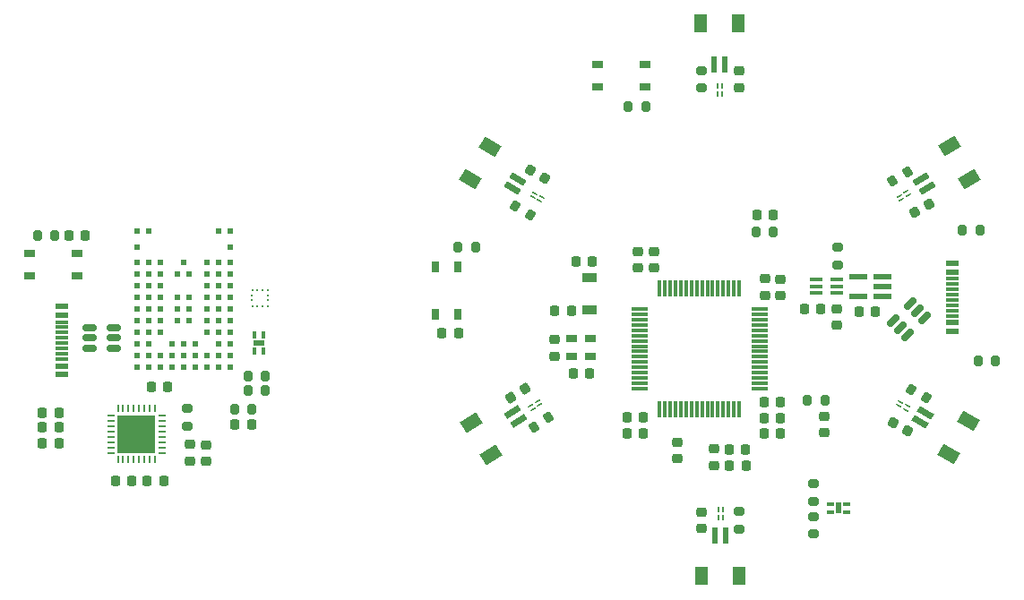
<source format=gtp>
G04 #@! TF.GenerationSoftware,KiCad,Pcbnew,8.0.6*
G04 #@! TF.CreationDate,2025-05-06T14:55:23+02:00*
G04 #@! TF.ProjectId,Panelized,50616e65-6c69-47a6-9564-2e6b69636164,rev?*
G04 #@! TF.SameCoordinates,Original*
G04 #@! TF.FileFunction,Paste,Top*
G04 #@! TF.FilePolarity,Positive*
%FSLAX46Y46*%
G04 Gerber Fmt 4.6, Leading zero omitted, Abs format (unit mm)*
G04 Created by KiCad (PCBNEW 8.0.6) date 2025-05-06 14:55:23*
%MOMM*%
%LPD*%
G01*
G04 APERTURE LIST*
G04 Aperture macros list*
%AMRoundRect*
0 Rectangle with rounded corners*
0 $1 Rounding radius*
0 $2 $3 $4 $5 $6 $7 $8 $9 X,Y pos of 4 corners*
0 Add a 4 corners polygon primitive as box body*
4,1,4,$2,$3,$4,$5,$6,$7,$8,$9,$2,$3,0*
0 Add four circle primitives for the rounded corners*
1,1,$1+$1,$2,$3*
1,1,$1+$1,$4,$5*
1,1,$1+$1,$6,$7*
1,1,$1+$1,$8,$9*
0 Add four rect primitives between the rounded corners*
20,1,$1+$1,$2,$3,$4,$5,0*
20,1,$1+$1,$4,$5,$6,$7,0*
20,1,$1+$1,$6,$7,$8,$9,0*
20,1,$1+$1,$8,$9,$2,$3,0*%
%AMRotRect*
0 Rectangle, with rotation*
0 The origin of the aperture is its center*
0 $1 length*
0 $2 width*
0 $3 Rotation angle, in degrees counterclockwise*
0 Add horizontal line*
21,1,$1,$2,0,0,$3*%
G04 Aperture macros list end*
%ADD10C,0.000000*%
%ADD11RoundRect,0.150000X-0.512500X-0.150000X0.512500X-0.150000X0.512500X0.150000X-0.512500X0.150000X0*%
%ADD12RoundRect,0.200000X0.275000X-0.200000X0.275000X0.200000X-0.275000X0.200000X-0.275000X-0.200000X0*%
%ADD13RoundRect,0.200000X0.200000X0.275000X-0.200000X0.275000X-0.200000X-0.275000X0.200000X-0.275000X0*%
%ADD14RoundRect,0.225000X0.225000X0.250000X-0.225000X0.250000X-0.225000X-0.250000X0.225000X-0.250000X0*%
%ADD15RoundRect,0.218750X-0.218750X-0.256250X0.218750X-0.256250X0.218750X0.256250X-0.218750X0.256250X0*%
%ADD16R,0.254000X0.279400*%
%ADD17R,0.279400X0.254000*%
%ADD18R,0.304800X0.711200*%
%ADD19R,1.092200X0.508000*%
%ADD20R,1.150000X0.600000*%
%ADD21R,1.150000X0.300000*%
%ADD22RoundRect,0.225000X-0.225000X-0.250000X0.225000X-0.250000X0.225000X0.250000X-0.225000X0.250000X0*%
%ADD23RoundRect,0.225000X-0.250000X0.225000X-0.250000X-0.225000X0.250000X-0.225000X0.250000X0.225000X0*%
%ADD24R,0.990600X0.711200*%
%ADD25RoundRect,0.218750X0.218750X0.256250X-0.218750X0.256250X-0.218750X-0.256250X0.218750X-0.256250X0*%
%ADD26R,0.254000X0.762000*%
%ADD27R,0.762000X0.254000*%
%ADD28R,3.606800X3.606800*%
%ADD29R,0.600000X0.600000*%
%ADD30RoundRect,0.200000X-0.200000X-0.275000X0.200000X-0.275000X0.200000X0.275000X-0.200000X0.275000X0*%
%ADD31R,0.711200X0.304800*%
%ADD32R,0.508000X1.092200*%
%ADD33R,0.600000X1.550000*%
%ADD34R,1.200000X1.800000*%
%ADD35RoundRect,0.225000X0.250000X-0.225000X0.250000X0.225000X-0.250000X0.225000X-0.250000X-0.225000X0*%
%ADD36RoundRect,0.218750X0.256250X-0.218750X0.256250X0.218750X-0.256250X0.218750X-0.256250X-0.218750X0*%
%ADD37R,1.397000X0.965200*%
%ADD38RoundRect,0.150000X0.256326X0.468458X-0.468458X-0.256326X-0.256326X-0.468458X0.468458X0.256326X0*%
%ADD39RoundRect,0.200000X-0.313069X-0.132713X0.029798X-0.338729X0.313069X0.132713X-0.029798X0.338729X0*%
%ADD40RoundRect,0.200000X-0.275000X0.200000X-0.275000X-0.200000X0.275000X-0.200000X0.275000X0.200000X0*%
%ADD41R,1.200000X0.400000*%
%ADD42R,0.711200X0.990600*%
%ADD43RoundRect,0.075000X-0.700000X-0.075000X0.700000X-0.075000X0.700000X0.075000X-0.700000X0.075000X0*%
%ADD44RoundRect,0.075000X-0.075000X-0.700000X0.075000X-0.700000X0.075000X0.700000X-0.075000X0.700000X0*%
%ADD45RotRect,0.600000X1.550000X239.000000*%
%ADD46RotRect,1.200000X1.800000X239.000000*%
%ADD47R,0.990600X0.736600*%
%ADD48RoundRect,0.225000X-0.321622X-0.098408X0.064103X-0.330175X0.321622X0.098408X-0.064103X0.330175X0*%
%ADD49RotRect,0.533400X0.152400X329.000000*%
%ADD50RoundRect,0.200000X0.310705X0.138157X-0.035705X0.338157X-0.310705X-0.138157X0.035705X-0.338157X0*%
%ADD51RoundRect,0.225000X0.319856X0.104006X-0.069856X0.329006X-0.319856X-0.104006X0.069856X-0.329006X0*%
%ADD52RotRect,0.600000X1.550000X60.000000*%
%ADD53RotRect,1.200000X1.800000X60.000000*%
%ADD54RotRect,0.533400X0.152400X150.000000*%
%ADD55R,0.152400X0.533400*%
%ADD56RotRect,0.533400X0.152400X211.000000*%
%ADD57RoundRect,0.225000X0.064103X0.330175X-0.321622X0.098408X-0.064103X-0.330175X0.321622X-0.098408X0*%
%ADD58RotRect,0.600000X1.550000X121.000000*%
%ADD59RotRect,1.200000X1.800000X121.000000*%
%ADD60RoundRect,0.200000X0.029798X0.338729X-0.313069X0.132713X-0.029798X-0.338729X0.313069X-0.132713X0*%
%ADD61RotRect,0.533400X0.152400X32.000000*%
%ADD62RoundRect,0.225000X-0.058331X-0.331244X0.323291X-0.092780X0.058331X0.331244X-0.323291X0.092780X0*%
%ADD63RotRect,0.600000X1.550000X302.000000*%
%ADD64RotRect,1.200000X1.800000X302.000000*%
%ADD65RoundRect,0.200000X-0.023882X-0.339197X0.315337X-0.127229X0.023882X0.339197X-0.315337X0.127229X0*%
%ADD66R,1.805236X0.612132*%
G04 APERTURE END LIST*
D10*
G36*
X100300001Y-109190701D02*
G01*
X98696599Y-109190698D01*
X98696599Y-107587300D01*
X100299999Y-107587298D01*
X100300001Y-109190701D01*
G37*
G36*
X100299997Y-110994100D02*
G01*
X98696599Y-110994100D01*
X98696597Y-109390700D01*
X100300000Y-109390698D01*
X100299997Y-110994100D01*
G37*
G36*
X102103401Y-109190700D02*
G01*
X100499998Y-109190702D01*
X100500001Y-107587300D01*
X102103399Y-107587300D01*
X102103401Y-109190700D01*
G37*
G36*
X102103399Y-109390702D02*
G01*
X102103399Y-110994100D01*
X100499999Y-110994102D01*
X100499997Y-109390699D01*
X102103399Y-109390702D01*
G37*
D11*
X95962500Y-99245000D03*
X95962500Y-100195000D03*
X95962500Y-101145000D03*
X98237500Y-101145000D03*
X98237500Y-100195000D03*
X98237500Y-99245000D03*
D12*
X105235000Y-108510002D03*
X105235000Y-106860002D03*
D13*
X111335000Y-106970000D03*
X109685000Y-106970000D03*
D14*
X93059999Y-107269999D03*
X91509997Y-107269999D03*
D15*
X109722501Y-108394998D03*
X111297505Y-108395000D03*
D16*
X111346899Y-97157000D03*
X111846901Y-97157000D03*
X112346900Y-97157001D03*
X112846900Y-97157000D03*
D17*
X112858900Y-96644999D03*
X112858901Y-96145000D03*
D16*
X112846901Y-95633000D03*
X112346899Y-95633000D03*
X111846900Y-95632999D03*
X111346900Y-95633000D03*
D17*
X111334900Y-96145001D03*
X111334899Y-96645000D03*
D18*
X112385000Y-99894999D03*
X111584900Y-99894997D03*
X111584902Y-101393601D03*
X112385002Y-101393603D03*
D19*
X111984951Y-100644300D03*
D20*
X93372500Y-97235747D03*
X93372500Y-98035750D03*
D21*
X93372499Y-99185751D03*
X93372502Y-100185747D03*
X93372500Y-100685747D03*
X93372502Y-101685751D03*
D20*
X93372500Y-102835750D03*
X93372503Y-103635753D03*
D21*
X93372500Y-102185750D03*
X93372498Y-101185752D03*
X93372499Y-99685750D03*
X93372500Y-98685750D03*
D22*
X101784999Y-104845000D03*
X103335001Y-104845000D03*
D14*
X93060001Y-108645000D03*
X91509999Y-108645000D03*
D23*
X105490000Y-110259999D03*
X105490000Y-111810001D03*
D24*
X94810001Y-94344999D03*
X90309998Y-94344999D03*
X94810002Y-92195001D03*
X90309999Y-92195001D03*
D22*
X94034999Y-90495000D03*
X95585001Y-90495000D03*
D23*
X106990000Y-110279999D03*
X106990000Y-111830001D03*
D25*
X102977502Y-113684999D03*
X101402498Y-113685001D03*
D26*
X98650000Y-111716400D03*
X99150000Y-111716404D03*
X99649998Y-111716399D03*
X100149999Y-111716401D03*
X100650002Y-111716399D03*
X101150000Y-111716400D03*
X101649998Y-111716400D03*
X102149998Y-111716400D03*
D27*
X102825699Y-111040699D03*
X102825703Y-110540699D03*
X102825698Y-110040701D03*
X102825700Y-109540700D03*
X102825698Y-109040697D03*
X102825699Y-108540699D03*
X102825699Y-108040701D03*
X102825699Y-107540701D03*
D26*
X102149998Y-106865000D03*
X101649998Y-106864996D03*
X101150000Y-106865001D03*
X100649999Y-106864999D03*
X100149996Y-106865001D03*
X99649998Y-106865000D03*
X99150000Y-106865000D03*
X98650000Y-106865000D03*
D27*
X97974299Y-107540701D03*
X97974295Y-108040701D03*
X97974300Y-108540699D03*
X97974298Y-109040700D03*
X97974300Y-109540703D03*
X97974299Y-110040701D03*
X97974299Y-110540699D03*
X97974299Y-111040699D03*
D28*
X100399999Y-109290700D03*
D14*
X99955001Y-113675000D03*
X98404999Y-113675000D03*
D25*
X93082499Y-110150000D03*
X91507495Y-110149998D03*
D29*
X109235006Y-102969999D03*
X108135005Y-102970000D03*
X107035003Y-102969997D03*
X105935004Y-102970000D03*
X104835005Y-102970003D03*
X103735004Y-102970000D03*
X102635002Y-102970001D03*
X101535004Y-102970001D03*
X100435004Y-102969998D03*
X109235004Y-101870000D03*
X108135004Y-101870004D03*
X107035004Y-101870000D03*
X105935004Y-101870002D03*
X104835004Y-101870000D03*
X103735006Y-101870002D03*
X102635004Y-101870000D03*
X101535003Y-101869999D03*
X100435004Y-101870000D03*
X109235003Y-100770001D03*
X108135004Y-100770001D03*
X105935004Y-100770000D03*
X104835000Y-100770000D03*
X103735004Y-100770000D03*
X101535003Y-100770000D03*
X100435000Y-100770000D03*
X109235004Y-99670000D03*
X108135004Y-99670000D03*
X107035004Y-99670000D03*
X102635004Y-99670000D03*
X101535009Y-99669998D03*
X100435004Y-99670000D03*
X109235006Y-98569998D03*
X108135004Y-98570000D03*
X107035004Y-98570001D03*
X105385004Y-98570000D03*
X104285004Y-98570000D03*
X102635004Y-98570000D03*
X101535004Y-98570000D03*
X100435002Y-98570000D03*
X109235004Y-97470000D03*
X108135004Y-97470004D03*
X107035004Y-97470000D03*
X105385002Y-97470001D03*
X104285006Y-97469999D03*
X102635004Y-97470000D03*
X101535004Y-97469996D03*
X100435004Y-97470000D03*
X109235006Y-96370000D03*
X108135004Y-96370000D03*
X107035004Y-96370000D03*
X105385004Y-96370000D03*
X104285004Y-96370000D03*
X102635004Y-96369999D03*
X101535004Y-96370000D03*
X100435002Y-96370002D03*
X109235004Y-95270000D03*
X108134999Y-95270002D03*
X107035004Y-95270000D03*
X102635004Y-95270000D03*
X101535004Y-95270000D03*
X100435004Y-95270000D03*
X109235008Y-94170000D03*
X108135005Y-94170000D03*
X107035004Y-94170000D03*
X105385004Y-94170000D03*
X104285004Y-94170000D03*
X102635006Y-94170005D03*
X101535004Y-94169999D03*
X100435005Y-94169999D03*
X109235004Y-93070000D03*
X108135005Y-93070001D03*
X107035004Y-93070000D03*
X104835004Y-93070000D03*
X102635004Y-93070000D03*
X101535004Y-93069996D03*
X100435004Y-93070000D03*
X109235004Y-91570000D03*
X100435002Y-91569999D03*
X109235004Y-90070000D03*
X108135004Y-90070000D03*
X101535004Y-90070000D03*
X100435004Y-90070000D03*
D30*
X91035000Y-90495000D03*
X92685000Y-90495000D03*
X110960000Y-103820000D03*
X112610000Y-103820000D03*
X110960000Y-105145000D03*
X112610000Y-105145000D03*
D22*
X159725546Y-106227899D03*
X161275548Y-106227899D03*
D31*
X166021246Y-115887850D03*
X166021246Y-116687948D03*
X167519848Y-116687948D03*
X167519848Y-115887850D03*
D32*
X166770547Y-116287899D03*
D20*
X177525547Y-99537899D03*
X177525547Y-98737899D03*
D21*
X177525547Y-97587899D03*
X177525547Y-96587899D03*
X177525547Y-96087899D03*
X177525547Y-95087899D03*
D20*
X177525547Y-93937899D03*
X177525547Y-93137899D03*
D21*
X177525547Y-94587899D03*
X177525547Y-95587899D03*
X177525547Y-97087899D03*
X177525547Y-98087899D03*
D14*
X148285548Y-107717899D03*
X146735546Y-107717899D03*
D12*
X166670547Y-93277899D03*
X166670547Y-91627899D03*
D33*
X155098894Y-118839600D03*
X156098891Y-118839603D03*
D34*
X153798893Y-122714599D03*
X157398895Y-122714602D03*
D14*
X141495548Y-97611899D03*
X139945546Y-97611899D03*
D22*
X159725546Y-109247899D03*
X161275548Y-109247899D03*
D23*
X151500547Y-110037899D03*
X151500547Y-111587899D03*
D35*
X147820547Y-93582899D03*
X147820547Y-92032899D03*
D36*
X165385547Y-109167900D03*
X165385547Y-107592898D03*
D37*
X143260547Y-94519899D03*
X143260547Y-97567899D03*
D38*
X174916640Y-98295304D03*
X174244878Y-97623574D03*
X173573120Y-96951808D03*
X171964454Y-98560494D03*
X172636216Y-99232224D03*
X173307974Y-99903990D03*
D39*
X136218558Y-87736407D03*
X137632898Y-88586215D03*
D40*
X164410060Y-113978210D03*
X164410060Y-115628210D03*
D35*
X161280547Y-96182900D03*
X161280547Y-94632898D03*
D23*
X166580573Y-97457893D03*
X166580547Y-99007899D03*
D13*
X148525547Y-78317899D03*
X146875547Y-78317899D03*
D41*
X166555543Y-95942842D03*
X166555544Y-95292904D03*
X166555561Y-94642868D03*
X164655545Y-94642924D03*
X164655544Y-95292862D03*
X164655527Y-95942898D03*
D42*
X128635548Y-97997900D03*
X128635548Y-93497897D03*
X130785546Y-97997901D03*
X130785546Y-93497898D03*
D43*
X147935547Y-97467899D03*
X147935547Y-97967899D03*
X147935547Y-98467899D03*
X147935547Y-98967899D03*
X147935547Y-99467899D03*
X147935547Y-99967899D03*
X147935547Y-100467899D03*
X147935547Y-100967899D03*
X147935547Y-101467899D03*
X147935547Y-101967899D03*
X147935547Y-102467899D03*
X147935547Y-102967899D03*
X147935547Y-103467899D03*
X147935547Y-103967899D03*
X147935547Y-104467899D03*
X147935547Y-104967899D03*
D44*
X149860547Y-106892899D03*
X150360547Y-106892899D03*
X150860547Y-106892899D03*
X151360547Y-106892899D03*
X151860547Y-106892899D03*
X152360547Y-106892899D03*
X152860547Y-106892899D03*
X153360547Y-106892899D03*
X153860547Y-106892899D03*
X154360547Y-106892899D03*
X154860547Y-106892899D03*
X155360547Y-106892899D03*
X155860547Y-106892899D03*
X156360547Y-106892899D03*
X156860547Y-106892899D03*
X157360547Y-106892899D03*
D43*
X159285547Y-104967899D03*
X159285547Y-104467899D03*
X159285547Y-103967899D03*
X159285547Y-103467899D03*
X159285547Y-102967899D03*
X159285547Y-102467899D03*
X159285547Y-101967899D03*
X159285547Y-101467899D03*
X159285547Y-100967899D03*
X159285547Y-100467899D03*
X159285547Y-99967899D03*
X159285547Y-99467899D03*
X159285547Y-98967899D03*
X159285547Y-98467899D03*
X159285547Y-97967899D03*
X159285547Y-97467899D03*
D44*
X157360547Y-95542899D03*
X156860547Y-95542899D03*
X156360547Y-95542899D03*
X155860547Y-95542899D03*
X155360547Y-95542899D03*
X154860547Y-95542899D03*
X154360547Y-95542899D03*
X153860547Y-95542899D03*
X153360547Y-95542899D03*
X152860547Y-95542899D03*
X152360547Y-95542899D03*
X151860547Y-95542899D03*
X151360547Y-95542899D03*
X150860547Y-95542899D03*
X150360547Y-95542899D03*
X149860547Y-95542899D03*
D22*
X159725550Y-107737898D03*
X161275544Y-107737900D03*
D14*
X165055548Y-97437899D03*
X163505546Y-97437899D03*
D45*
X136485730Y-85201308D03*
X135970683Y-86058473D03*
D46*
X133833751Y-82091221D03*
X131979605Y-85177019D03*
D22*
X156440547Y-110757899D03*
X157990547Y-110757899D03*
D23*
X139940547Y-100352898D03*
X139940547Y-101902900D03*
D47*
X141546946Y-100248998D03*
X141546947Y-101978998D03*
X143274148Y-101978998D03*
X143274147Y-100248998D03*
D14*
X170245550Y-97677912D03*
X168695544Y-97677886D03*
D13*
X132435547Y-91592899D03*
X130785547Y-91592899D03*
D35*
X159780547Y-96157901D03*
X159780547Y-94607899D03*
D48*
X137633603Y-84310237D03*
X138962203Y-85108547D03*
D35*
X153798894Y-118209600D03*
X153798896Y-116659608D03*
D13*
X165480547Y-106097900D03*
X163830547Y-106097900D03*
D30*
X179925553Y-102367923D03*
X181575541Y-102367875D03*
D36*
X154985547Y-112265399D03*
X154985547Y-110690399D03*
D12*
X157318896Y-118244599D03*
X157318892Y-116594601D03*
D14*
X130825547Y-99757898D03*
X129275547Y-99757898D03*
D49*
X138080983Y-86499190D03*
X137874967Y-86842055D03*
X138506357Y-87221432D03*
X138712373Y-86878567D03*
D50*
X175067634Y-105872475D03*
X173638702Y-105047487D03*
D51*
X173263172Y-108949973D03*
X171920828Y-108174973D03*
D52*
X174487305Y-108114344D03*
X174987340Y-107248326D03*
D53*
X177193178Y-111177668D03*
X178993183Y-108059992D03*
D54*
X173079808Y-106979060D03*
X173279774Y-106632648D03*
X172641846Y-106264318D03*
X172441880Y-106610730D03*
D33*
X155990548Y-74317902D03*
X154990551Y-74317898D03*
D34*
X157290550Y-70442904D03*
X153690546Y-70442896D03*
D23*
X157320550Y-74952902D03*
X157320546Y-76502896D03*
D40*
X153770543Y-74902899D03*
X153770553Y-76552899D03*
D55*
X155764999Y-76380335D03*
X155364999Y-76380335D03*
X155364999Y-77116935D03*
X155764999Y-77116935D03*
D56*
X173333413Y-86716198D03*
X173127419Y-86373402D03*
X172495975Y-86752794D03*
X172701969Y-87095590D03*
D57*
X175295322Y-87513394D03*
X173966718Y-88311714D03*
D58*
X175101673Y-86037776D03*
X174586672Y-85180597D03*
D59*
X179092766Y-85156285D03*
X177238658Y-82070462D03*
D60*
X173242225Y-84503684D03*
X171827931Y-85353482D03*
D61*
X137653253Y-106558858D03*
X137865242Y-106898057D03*
X138489933Y-106507718D03*
X138277944Y-106168519D03*
D62*
X135782414Y-105791172D03*
X137096900Y-104969800D03*
D63*
X135979691Y-107211510D03*
X136509587Y-108059563D03*
D64*
X132004616Y-108162498D03*
X133912310Y-111215482D03*
D65*
X137963422Y-108602399D03*
X139362676Y-107728017D03*
D55*
X155438895Y-117167899D03*
X155838895Y-117167899D03*
X155838895Y-116431299D03*
X155438895Y-116431299D03*
D24*
X143980546Y-74322900D03*
X148480548Y-74322900D03*
X143980546Y-76472898D03*
X148480548Y-76472898D03*
D14*
X143215548Y-103517899D03*
X141665546Y-103517899D03*
D12*
X164416206Y-118708210D03*
X164416206Y-117058210D03*
D13*
X180125551Y-89997897D03*
X178475543Y-89997901D03*
D14*
X143465548Y-92951899D03*
X141915546Y-92951899D03*
D35*
X149330547Y-93572899D03*
X149330547Y-92022899D03*
D22*
X156465547Y-112257899D03*
X158015547Y-112257899D03*
D66*
X170881032Y-96267902D03*
X170881030Y-95317898D03*
X170881027Y-94367897D03*
X168580062Y-94367896D03*
X168580067Y-96267901D03*
D30*
X158963047Y-90137899D03*
X160613047Y-90137899D03*
D25*
X160588049Y-88537900D03*
X159013045Y-88537898D03*
D14*
X148285550Y-109237898D03*
X146735548Y-109237898D03*
M02*

</source>
